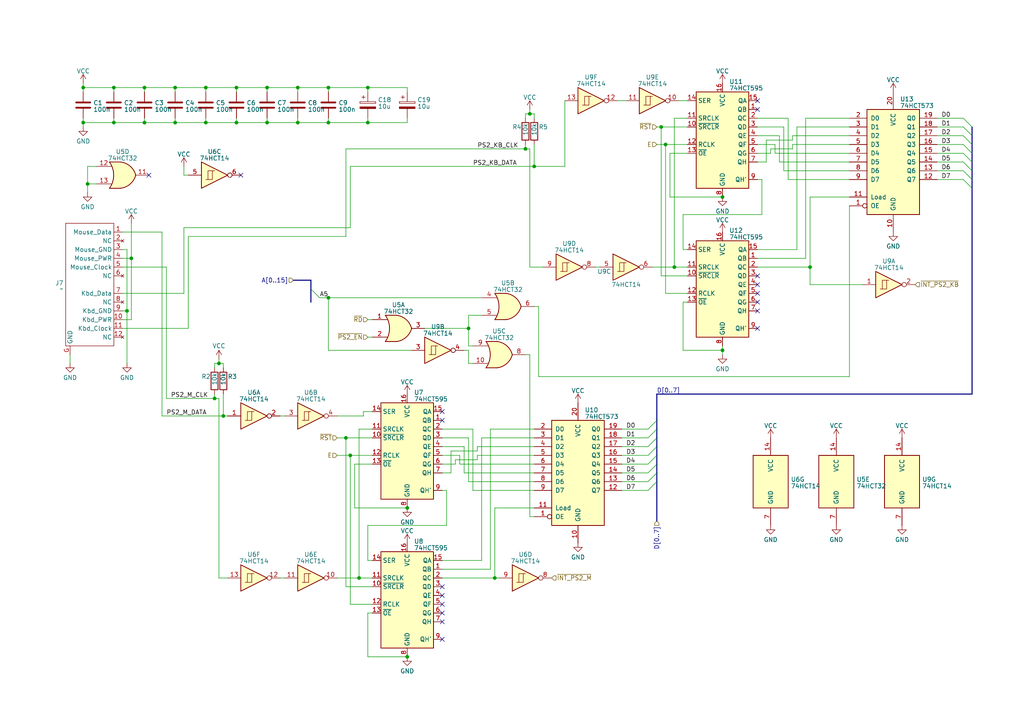
<source format=kicad_sch>
(kicad_sch (version 20231120) (generator "eeschema") (generator_version "8.0")
  (paper "A4")
  (lib_symbols
    (symbol "74xx:74HC14" (pin_names (offset 1.016))
      (property "Reference" "U" (at 0 1.27 0))
      (property "Value" "74HC14" (at 0 -1.27 0))
      (symbol "74HC14_1_0"
        (polyline (pts (xy -3.81 3.81) (xy -3.81 -3.81) (xy 3.81 0) (xy -3.81 3.81)) (stroke (width 0.254)) (fill (type background)))
        (pin input line (at -7.62 0 0) (length 3.81) (name "~") (number "1"))
        (pin output inverted (at 7.62 0 180) (length 3.81) (name "~") (number "2"))
      )
      (symbol "74HC14_1_1"
        (polyline (pts (xy -1.905 -1.27) (xy -1.905 1.27) (xy -0.635 1.27)))
        (polyline (pts (xy -2.54 -1.27) (xy -0.635 -1.27) (xy -0.635 1.27) (xy 0 1.27)))
      )
      (symbol "74HC14_2_0"
        (polyline (pts (xy -3.81 3.81) (xy -3.81 -3.81) (xy 3.81 0) (xy -3.81 3.81)) (stroke (width 0.254)) (fill (type background)))
        (pin input line (at -7.62 0 0) (length 3.81) (name "~") (number "3"))
        (pin output inverted (at 7.62 0 180) (length 3.81) (name "~") (number "4"))
      )
      (symbol "74HC14_2_1"
        (polyline (pts (xy -1.905 -1.27) (xy -1.905 1.27) (xy -0.635 1.27)))
        (polyline (pts (xy -2.54 -1.27) (xy -0.635 -1.27) (xy -0.635 1.27) (xy 0 1.27)))
      )
      (symbol "74HC14_3_0"
        (polyline (pts (xy -3.81 3.81) (xy -3.81 -3.81) (xy 3.81 0) (xy -3.81 3.81)) (stroke (width 0.254)) (fill (type background)))
        (pin input line (at -7.62 0 0) (length 3.81) (name "~") (number "5"))
        (pin output inverted (at 7.62 0 180) (length 3.81) (name "~") (number "6"))
      )
      (symbol "74HC14_3_1"
        (polyline (pts (xy -1.905 -1.27) (xy -1.905 1.27) (xy -0.635 1.27)))
        (polyline (pts (xy -2.54 -1.27) (xy -0.635 -1.27) (xy -0.635 1.27) (xy 0 1.27)))
      )
      (symbol "74HC14_4_0"
        (polyline (pts (xy -3.81 3.81) (xy -3.81 -3.81) (xy 3.81 0) (xy -3.81 3.81)) (stroke (width 0.254)) (fill (type background)))
        (pin output inverted (at 7.62 0 180) (length 3.81) (name "~") (number "8"))
        (pin input line (at -7.62 0 0) (length 3.81) (name "~") (number "9"))
      )
      (symbol "74HC14_4_1"
        (polyline (pts (xy -1.905 -1.27) (xy -1.905 1.27) (xy -0.635 1.27)))
        (polyline (pts (xy -2.54 -1.27) (xy -0.635 -1.27) (xy -0.635 1.27) (xy 0 1.27)))
      )
      (symbol "74HC14_5_0"
        (polyline (pts (xy -3.81 3.81) (xy -3.81 -3.81) (xy 3.81 0) (xy -3.81 3.81)) (stroke (width 0.254)) (fill (type background)))
        (pin output inverted (at 7.62 0 180) (length 3.81) (name "~") (number "10"))
        (pin input line (at -7.62 0 0) (length 3.81) (name "~") (number "11"))
      )
      (symbol "74HC14_5_1"
        (polyline (pts (xy -1.905 -1.27) (xy -1.905 1.27) (xy -0.635 1.27)))
        (polyline (pts (xy -2.54 -1.27) (xy -0.635 -1.27) (xy -0.635 1.27) (xy 0 1.27)))
      )
      (symbol "74HC14_6_0"
        (polyline (pts (xy -3.81 3.81) (xy -3.81 -3.81) (xy 3.81 0) (xy -3.81 3.81)) (stroke (width 0.254)) (fill (type background)))
        (pin output inverted (at 7.62 0 180) (length 3.81) (name "~") (number "12"))
        (pin input line (at -7.62 0 0) (length 3.81) (name "~") (number "13"))
      )
      (symbol "74HC14_6_1"
        (polyline (pts (xy -1.905 -1.27) (xy -1.905 1.27) (xy -0.635 1.27)))
        (polyline (pts (xy -2.54 -1.27) (xy -0.635 -1.27) (xy -0.635 1.27) (xy 0 1.27)))
      )
      (symbol "74HC14_7_0"
        (pin power_in line (at 0 12.7 270) (length 5.08) (name "VCC") (number "14"))
        (pin power_in line (at 0 -12.7 90) (length 5.08) (name "GND") (number "7"))
      )
      (symbol "74HC14_7_1"
        (rectangle (start -5.08 7.62) (end 5.08 -7.62) (stroke (width 0.254)) (fill (type background)))
      )
    )
    (symbol "74xx:74HC595"
      (property "Reference" "U" (at -7.62 13.97 0))
      (property "Value" "74HC595" (at -7.62 -16.51 0))
      (symbol "74HC595_1_0"
        (pin tri_state line (at 10.16 7.62 180) (length 2.54) (name "QB") (number "1"))
        (pin input line (at -10.16 2.54 0) (length 2.54) (name "~{SRCLR}") (number "10"))
        (pin input line (at -10.16 5.08 0) (length 2.54) (name "SRCLK") (number "11"))
        (pin input line (at -10.16 -2.54 0) (length 2.54) (name "RCLK") (number "12"))
        (pin input line (at -10.16 -5.08 0) (length 2.54) (name "~{OE}") (number "13"))
        (pin input line (at -10.16 10.16 0) (length 2.54) (name "SER") (number "14"))
        (pin tri_state line (at 10.16 10.16 180) (length 2.54) (name "QA") (number "15"))
        (pin power_in line (at 0 15.24 270) (length 2.54) (name "VCC") (number "16"))
        (pin tri_state line (at 10.16 5.08 180) (length 2.54) (name "QC") (number "2"))
        (pin tri_state line (at 10.16 2.54 180) (length 2.54) (name "QD") (number "3"))
        (pin tri_state line (at 10.16 0 180) (length 2.54) (name "QE") (number "4"))
        (pin tri_state line (at 10.16 -2.54 180) (length 2.54) (name "QF") (number "5"))
        (pin tri_state line (at 10.16 -5.08 180) (length 2.54) (name "QG") (number "6"))
        (pin tri_state line (at 10.16 -7.62 180) (length 2.54) (name "QH") (number "7"))
        (pin power_in line (at 0 -17.78 90) (length 2.54) (name "GND") (number "8"))
        (pin output line (at 10.16 -12.7 180) (length 2.54) (name "QH'") (number "9"))
      )
      (symbol "74HC595_1_1"
        (rectangle (start -7.62 12.7) (end 7.62 -15.24) (stroke (width 0.254)) (fill (type background)))
      )
    )
    (symbol "74xx:74LS32" (pin_names (offset 1.016))
      (property "Reference" "U" (at 0 1.27 0))
      (property "Value" "74LS32" (at 0 -1.27 0))
      (symbol "74LS32_1_1"
        (arc (start -3.81 -3.81) (mid -2.589 0) (end -3.81 3.81) (stroke (width 0.254)))
        (arc (start -0.6096 -3.81) (mid 2.1842 -2.5851) (end 3.81 0) (stroke (width 0.254)) (fill (type background)))
        (polyline (pts (xy -3.81 -3.81) (xy -0.635 -3.81)) (stroke (width 0.254)) (fill (type background)))
        (polyline (pts (xy -3.81 3.81) (xy -0.635 3.81)) (stroke (width 0.254)) (fill (type background)))
        (polyline (pts (xy -0.635 3.81) (xy -3.81 3.81) (xy -3.81 3.81) (xy -3.556 3.4036) (xy -3.0226 2.2606) (xy -2.6924 1.0414) (xy -2.6162 -0.254) (xy -2.7686 -1.4986) (xy -3.175 -2.7178) (xy -3.81 -3.81) (xy -3.81 -3.81) (xy -0.635 -3.81)) (stroke (width -25.4)) (fill (type background)))
        (arc (start 3.81 0) (mid 2.1915 2.5936) (end -0.6096 3.81) (stroke (width 0.254)) (fill (type background)))
        (pin input line (at -7.62 2.54 0) (length 4.318) (name "~") (number "1"))
        (pin input line (at -7.62 -2.54 0) (length 4.318) (name "~") (number "2"))
        (pin output line (at 7.62 0 180) (length 3.81) (name "~") (number "3"))
      )
      (symbol "74LS32_1_2"
        (arc (start 0 -3.81) (mid 3.7934 0) (end 0 3.81) (stroke (width 0.254)) (fill (type background)))
        (polyline (pts (xy 0 3.81) (xy -3.81 3.81) (xy -3.81 -3.81) (xy 0 -3.81)) (stroke (width 0.254)) (fill (type background)))
        (pin input inverted (at -7.62 2.54 0) (length 3.81) (name "~") (number "1"))
        (pin input inverted (at -7.62 -2.54 0) (length 3.81) (name "~") (number "2"))
        (pin output inverted (at 7.62 0 180) (length 3.81) (name "~") (number "3"))
      )
      (symbol "74LS32_2_1"
        (arc (start -3.81 -3.81) (mid -2.589 0) (end -3.81 3.81) (stroke (width 0.254)))
        (arc (start -0.6096 -3.81) (mid 2.1842 -2.5851) (end 3.81 0) (stroke (width 0.254)) (fill (type background)))
        (polyline (pts (xy -3.81 -3.81) (xy -0.635 -3.81)) (stroke (width 0.254)) (fill (type background)))
        (polyline (pts (xy -3.81 3.81) (xy -0.635 3.81)) (stroke (width 0.254)) (fill (type background)))
        (polyline (pts (xy -0.635 3.81) (xy -3.81 3.81) (xy -3.81 3.81) (xy -3.556 3.4036) (xy -3.0226 2.2606) (xy -2.6924 1.0414) (xy -2.6162 -0.254) (xy -2.7686 -1.4986) (xy -3.175 -2.7178) (xy -3.81 -3.81) (xy -3.81 -3.81) (xy -0.635 -3.81)) (stroke (width -25.4)) (fill (type background)))
        (arc (start 3.81 0) (mid 2.1915 2.5936) (end -0.6096 3.81) (stroke (width 0.254)) (fill (type background)))
        (pin input line (at -7.62 2.54 0) (length 4.318) (name "~") (number "4"))
        (pin input line (at -7.62 -2.54 0) (length 4.318) (name "~") (number "5"))
        (pin output line (at 7.62 0 180) (length 3.81) (name "~") (number "6"))
      )
      (symbol "74LS32_2_2"
        (arc (start 0 -3.81) (mid 3.7934 0) (end 0 3.81) (stroke (width 0.254)) (fill (type background)))
        (polyline (pts (xy 0 3.81) (xy -3.81 3.81) (xy -3.81 -3.81) (xy 0 -3.81)) (stroke (width 0.254)) (fill (type background)))
        (pin input inverted (at -7.62 2.54 0) (length 3.81) (name "~") (number "4"))
        (pin input inverted (at -7.62 -2.54 0) (length 3.81) (name "~") (number "5"))
        (pin output inverted (at 7.62 0 180) (length 3.81) (name "~") (number "6"))
      )
      (symbol "74LS32_3_1"
        (arc (start -3.81 -3.81) (mid -2.589 0) (end -3.81 3.81) (stroke (width 0.254)))
        (arc (start -0.6096 -3.81) (mid 2.1842 -2.5851) (end 3.81 0) (stroke (width 0.254)) (fill (type background)))
        (polyline (pts (xy -3.81 -3.81) (xy -0.635 -3.81)) (stroke (width 0.254)) (fill (type background)))
        (polyline (pts (xy -3.81 3.81) (xy -0.635 3.81)) (stroke (width 0.254)) (fill (type background)))
        (polyline (pts (xy -0.635 3.81) (xy -3.81 3.81) (xy -3.81 3.81) (xy -3.556 3.4036) (xy -3.0226 2.2606) (xy -2.6924 1.0414) (xy -2.6162 -0.254) (xy -2.7686 -1.4986) (xy -3.175 -2.7178) (xy -3.81 -3.81) (xy -3.81 -3.81) (xy -0.635 -3.81)) (stroke (width -25.4)) (fill (type background)))
        (arc (start 3.81 0) (mid 2.1915 2.5936) (end -0.6096 3.81) (stroke (width 0.254)) (fill (type background)))
        (pin input line (at -7.62 -2.54 0) (length 4.318) (name "~") (number "10"))
        (pin output line (at 7.62 0 180) (length 3.81) (name "~") (number "8"))
        (pin input line (at -7.62 2.54 0) (length 4.318) (name "~") (number "9"))
      )
      (symbol "74LS32_3_2"
        (arc (start 0 -3.81) (mid 3.7934 0) (end 0 3.81) (stroke (width 0.254)) (fill (type background)))
        (polyline (pts (xy 0 3.81) (xy -3.81 3.81) (xy -3.81 -3.81) (xy 0 -3.81)) (stroke (width 0.254)) (fill (type background)))
        (pin input inverted (at -7.62 -2.54 0) (length 3.81) (name "~") (number "10"))
        (pin output inverted (at 7.62 0 180) (length 3.81) (name "~") (number "8"))
        (pin input inverted (at -7.62 2.54 0) (length 3.81) (name "~") (number "9"))
      )
      (symbol "74LS32_4_1"
        (arc (start -3.81 -3.81) (mid -2.589 0) (end -3.81 3.81) (stroke (width 0.254)))
        (arc (start -0.6096 -3.81) (mid 2.1842 -2.5851) (end 3.81 0) (stroke (width 0.254)) (fill (type background)))
        (polyline (pts (xy -3.81 -3.81) (xy -0.635 -3.81)) (stroke (width 0.254)) (fill (type background)))
        (polyline (pts (xy -3.81 3.81) (xy -0.635 3.81)) (stroke (width 0.254)) (fill (type background)))
        (polyline (pts (xy -0.635 3.81) (xy -3.81 3.81) (xy -3.81 3.81) (xy -3.556 3.4036) (xy -3.0226 2.2606) (xy -2.6924 1.0414) (xy -2.6162 -0.254) (xy -2.7686 -1.4986) (xy -3.175 -2.7178) (xy -3.81 -3.81) (xy -3.81 -3.81) (xy -0.635 -3.81)) (stroke (width -25.4)) (fill (type background)))
        (arc (start 3.81 0) (mid 2.1915 2.5936) (end -0.6096 3.81) (stroke (width 0.254)) (fill (type background)))
        (pin output line (at 7.62 0 180) (length 3.81) (name "~") (number "11"))
        (pin input line (at -7.62 2.54 0) (length 4.318) (name "~") (number "12"))
        (pin input line (at -7.62 -2.54 0) (length 4.318) (name "~") (number "13"))
      )
      (symbol "74LS32_4_2"
        (arc (start 0 -3.81) (mid 3.7934 0) (end 0 3.81) (stroke (width 0.254)) (fill (type background)))
        (polyline (pts (xy 0 3.81) (xy -3.81 3.81) (xy -3.81 -3.81) (xy 0 -3.81)) (stroke (width 0.254)) (fill (type background)))
        (pin output inverted (at 7.62 0 180) (length 3.81) (name "~") (number "11"))
        (pin input inverted (at -7.62 2.54 0) (length 3.81) (name "~") (number "12"))
        (pin input inverted (at -7.62 -2.54 0) (length 3.81) (name "~") (number "13"))
      )
      (symbol "74LS32_5_0"
        (pin power_in line (at 0 12.7 270) (length 5.08) (name "VCC") (number "14"))
        (pin power_in line (at 0 -12.7 90) (length 5.08) (name "GND") (number "7"))
      )
      (symbol "74LS32_5_1"
        (rectangle (start -5.08 7.62) (end 5.08 -7.62) (stroke (width 0.254)) (fill (type background)))
      )
    )
    (symbol "74xx:74LS573" (pin_names (offset 1.016))
      (property "Reference" "U" (at -7.62 16.51 0))
      (property "Value" "74LS573" (at -7.62 -16.51 0))
      (symbol "74LS573_1_0"
        (pin input inverted (at -12.7 -12.7 0) (length 5.08) (name "OE") (number "1"))
        (pin power_in line (at 0 -20.32 90) (length 5.08) (name "GND") (number "10"))
        (pin input line (at -12.7 -10.16 0) (length 5.08) (name "Load") (number "11"))
        (pin tri_state line (at 12.7 -5.08 180) (length 5.08) (name "Q7") (number "12"))
        (pin tri_state line (at 12.7 -2.54 180) (length 5.08) (name "Q6") (number "13"))
        (pin tri_state line (at 12.7 0 180) (length 5.08) (name "Q5") (number "14"))
        (pin tri_state line (at 12.7 2.54 180) (length 5.08) (name "Q4") (number "15"))
        (pin tri_state line (at 12.7 5.08 180) (length 5.08) (name "Q3") (number "16"))
        (pin tri_state line (at 12.7 7.62 180) (length 5.08) (name "Q2") (number "17"))
        (pin tri_state line (at 12.7 10.16 180) (length 5.08) (name "Q1") (number "18"))
        (pin tri_state line (at 12.7 12.7 180) (length 5.08) (name "Q0") (number "19"))
        (pin input line (at -12.7 12.7 0) (length 5.08) (name "D0") (number "2"))
        (pin power_in line (at 0 20.32 270) (length 5.08) (name "VCC") (number "20"))
        (pin input line (at -12.7 10.16 0) (length 5.08) (name "D1") (number "3"))
        (pin input line (at -12.7 7.62 0) (length 5.08) (name "D2") (number "4"))
        (pin input line (at -12.7 5.08 0) (length 5.08) (name "D3") (number "5"))
        (pin input line (at -12.7 2.54 0) (length 5.08) (name "D4") (number "6"))
        (pin input line (at -12.7 0 0) (length 5.08) (name "D5") (number "7"))
        (pin input line (at -12.7 -2.54 0) (length 5.08) (name "D6") (number "8"))
        (pin input line (at -12.7 -5.08 0) (length 5.08) (name "D7") (number "9"))
      )
      (symbol "74LS573_1_1"
        (rectangle (start -7.62 15.24) (end 7.62 -15.24) (stroke (width 0.254)) (fill (type background)))
      )
    )
    (symbol "Device:C" (pin_numbers hide) (pin_names (offset 0.254))
      (property "Reference" "C" (at 0.635 2.54 0))
      (property "Value" "C" (at 0.635 -2.54 0))
      (symbol "C_0_1"
        (polyline (pts (xy -2.032 -0.762) (xy 2.032 -0.762)) (stroke (width 0.508)))
        (polyline (pts (xy -2.032 0.762) (xy 2.032 0.762)) (stroke (width 0.508)))
      )
      (symbol "C_1_1"
        (pin passive line (at 0 3.81 270) (length 2.794) (name "~") (number "1"))
        (pin passive line (at 0 -3.81 90) (length 2.794) (name "~") (number "2"))
      )
    )
    (symbol "Device:C_Polarized" (pin_numbers hide) (pin_names (offset 0.254))
      (property "Reference" "C" (at 0.635 2.54 0))
      (property "Value" "C_Polarized" (at 0.635 -2.54 0))
      (symbol "C_Polarized_0_1"
        (rectangle (start -2.286 0.508) (end 2.286 1.016))
        (polyline (pts (xy -1.778 2.286) (xy -0.762 2.286)))
        (polyline (pts (xy -1.27 2.794) (xy -1.27 1.778)))
        (rectangle (start 2.286 -0.508) (end -2.286 -1.016) (fill (type outline)))
      )
      (symbol "C_Polarized_1_1"
        (pin passive line (at 0 3.81 270) (length 2.794) (name "~") (number "1"))
        (pin passive line (at 0 -3.81 90) (length 2.794) (name "~") (number "2"))
      )
    )
    (symbol "Device:R" (pin_numbers hide) (pin_names (offset 0))
      (property "Reference" "R" (at 2.032 0 90))
      (property "Value" "R" (at 0 0 90))
      (symbol "R_0_1"
        (rectangle (start -1.016 -2.54) (end 1.016 2.54) (stroke (width 0.254)))
      )
      (symbol "R_1_1"
        (pin passive line (at 0 3.81 270) (length 1.27) (name "~") (number "1"))
        (pin passive line (at 0 -3.81 90) (length 1.27) (name "~") (number "2"))
      )
    )
    (symbol "motherboard:2xPS2"
      (property "Reference" "J" (at 0 0 0))
      (symbol "2xPS2_0_1"
        (rectangle (start -7.62 38.1) (end 6.35 2.54))
      )
      (symbol "2xPS2_1_1"
        (pin input line (at -10.16 35.56 0) (length 2.54) (name "Mouse_Data") (number "1"))
        (pin power_in line (at -10.16 10.16 0) (length 2.54) (name "Kbd_PWR") (number "10"))
        (pin power_in line (at -10.16 7.62 0) (length 2.54) (name "Kbd_Clock") (number "11"))
        (pin no_connect line (at -10.16 5.08 0) (length 2.54) (name "NC") (number "12"))
        (pin no_connect line (at -10.16 33.02 0) (length 2.54) (name "NC") (number "2"))
        (pin power_in line (at -10.16 30.48 0) (length 2.54) (name "Mouse_GND") (number "3"))
        (pin power_in line (at -10.16 27.94 0) (length 2.54) (name "Mouse_PWR") (number "4"))
        (pin power_in line (at -10.16 25.4 0) (length 2.54) (name "Mouse_Clock") (number "5"))
        (pin no_connect line (at -10.16 22.86 0) (length 2.54) (name "NC") (number "6"))
        (pin input line (at -10.16 17.78 0) (length 2.54) (name "Kbd_Data") (number "7"))
        (pin no_connect line (at -10.16 15.24 0) (length 2.54) (name "NC") (number "8"))
        (pin power_in line (at -10.16 12.7 0) (length 2.54) (name "Kbd_GND") (number "9"))
        (pin power_in line (at 5.08 0 90) (length 2.54) (name "GND") (number "G"))
      )
    )
    (symbol "power:GND" (power) (pin_names (offset 0))
      (property "Value" "GND" (at 0 -3.81 0))
      (symbol "GND_0_1"
        (polyline (pts (xy 0 0) (xy 0 -1.27) (xy 1.27 -1.27) (xy 0 -2.54) (xy -1.27 -1.27) (xy 0 -1.27)))
      )
      (symbol "GND_1_1"
        (pin power_in line (at 0 0 270) (length 0) hide (name "GND") (number "1"))
      )
    )
    (symbol "power:VCC" (power) (pin_names (offset 0))
      (property "Value" "VCC" (at 0 3.81 0))
      (symbol "VCC_0_1"
        (polyline (pts (xy -0.762 1.27) (xy 0 2.54)))
        (polyline (pts (xy 0 0) (xy 0 2.54)))
        (polyline (pts (xy 0 2.54) (xy 0.762 1.27)))
      )
      (symbol "VCC_1_1"
        (pin power_in line (at 0 0 90) (length 0) hide (name "VCC") (number "1"))
      )
    )
  )
  (junction (at 63.5 105.41))
  (junction (at 234.95 77.47))
  (junction (at 154.94 48.26))
  (junction (at 193.04 41.91))
  (junction (at 38.1 74.93))
  (junction (at 77.47 35.56))
  (junction (at 143.51 167.64))
  (junction (at 62.23 115.57))
  (junction (at 95.25 25.4))
  (junction (at 95.25 86.36))
  (junction (at 41.91 35.56))
  (junction (at 209.55 101.6))
  (junction (at 195.58 77.47))
  (junction (at 86.36 35.56))
  (junction (at 50.8 25.4))
  (junction (at 24.13 25.4))
  (junction (at 36.83 90.17))
  (junction (at 118.11 147.32))
  (junction (at 25.4 53.34))
  (junction (at 209.55 57.15))
  (junction (at 68.58 25.4))
  (junction (at 50.8 35.56))
  (junction (at 106.68 25.4))
  (junction (at 135.89 95.25))
  (junction (at 24.13 35.56))
  (junction (at 152.4 43.18))
  (junction (at 64.77 120.65))
  (junction (at 68.58 35.56))
  (junction (at 101.6 132.08))
  (junction (at 33.02 25.4))
  (junction (at 118.11 190.5))
  (junction (at 77.47 25.4))
  (junction (at 153.67 33.02))
  (junction (at 95.25 35.56))
  (junction (at 100.33 127))
  (junction (at 104.14 167.64))
  (junction (at 59.69 25.4))
  (junction (at 41.91 25.4))
  (junction (at 33.02 35.56))
  (junction (at 86.36 25.4))
  (junction (at 59.69 35.56))
  (junction (at 191.77 36.83))
  (junction (at 106.68 35.56))
  (no_connect (at 219.71 29.21))
  (no_connect (at 128.27 119.38))
  (no_connect (at 128.27 180.34))
  (no_connect (at 69.85 50.8))
  (no_connect (at 128.27 177.8))
  (no_connect (at 128.27 121.92))
  (no_connect (at 219.71 80.01))
  (no_connect (at 128.27 172.72))
  (no_connect (at 219.71 82.55))
  (no_connect (at 219.71 31.75))
  (no_connect (at 219.71 95.25))
  (no_connect (at 219.71 85.09))
  (no_connect (at 219.71 87.63))
  (no_connect (at 128.27 170.18))
  (no_connect (at 128.27 185.42))
  (no_connect (at 128.27 175.26))
  (no_connect (at 219.71 90.17))
  (no_connect (at 43.18 50.8))
  (bus_entry (at 190.5 121.92) (size -2.54 2.54))
  (bus_entry (at 281.94 39.37) (size -2.54 -2.54))
  (bus_entry (at 281.94 36.83) (size -2.54 -2.54))
  (bus_entry (at 281.94 49.53) (size -2.54 -2.54))
  (bus_entry (at 281.94 46.99) (size -2.54 -2.54))
  (bus_entry (at 281.94 41.91) (size -2.54 -2.54))
  (bus_entry (at 190.5 127) (size -2.54 2.54))
  (bus_entry (at 190.5 134.62) (size -2.54 2.54))
  (bus_entry (at 281.94 54.61) (size -2.54 -2.54))
  (bus_entry (at 281.94 52.07) (size -2.54 -2.54))
  (bus_entry (at 190.5 132.08) (size -2.54 2.54))
  (bus_entry (at 190.5 124.46) (size -2.54 2.54))
  (bus_entry (at 281.94 44.45) (size -2.54 -2.54))
  (bus_entry (at 190.5 139.7) (size -2.54 2.54))
  (bus_entry (at 190.5 137.16) (size -2.54 2.54))
  (bus_entry (at 90.17 83.82) (size 2.54 2.54))
  (bus_entry (at 190.5 129.54) (size -2.54 2.54))
  (wire (pts (xy 77.47 26.67) (xy 77.47 25.4)))
  (wire (pts (xy 53.34 85.09) (xy 53.34 66.04)))
  (wire (pts (xy 142.24 124.46) (xy 154.94 124.46)))
  (bus (pts (xy 190.5 124.46) (xy 190.5 127)))
  (wire (pts (xy 135.89 91.44) (xy 139.7 91.44)))
  (bus (pts (xy 281.94 49.53) (xy 281.94 52.07)))
  (wire (pts (xy 180.34 127) (xy 187.96 127)))
  (wire (pts (xy 48.26 77.47) (xy 35.56 77.47)))
  (wire (pts (xy 143.51 167.64) (xy 144.78 167.64)))
  (wire (pts (xy 219.71 44.45) (xy 223.52 44.45)))
  (wire (pts (xy 59.69 35.56) (xy 68.58 35.56)))
  (wire (pts (xy 271.78 52.07) (xy 279.4 52.07)))
  (wire (pts (xy 95.25 35.56) (xy 106.68 35.56)))
  (wire (pts (xy 234.95 82.55) (xy 250.19 82.55)))
  (wire (pts (xy 64.77 114.3) (xy 64.77 120.65)))
  (wire (pts (xy 180.34 129.54) (xy 187.96 129.54)))
  (wire (pts (xy 41.91 25.4) (xy 41.91 26.67)))
  (wire (pts (xy 128.27 165.1) (xy 142.24 165.1)))
  (wire (pts (xy 107.95 177.8) (xy 106.68 177.8)))
  (wire (pts (xy 46.99 120.65) (xy 64.77 120.65)))
  (wire (pts (xy 193.04 41.91) (xy 199.39 41.91)))
  (wire (pts (xy 24.13 25.4) (xy 24.13 26.67)))
  (wire (pts (xy 154.94 147.32) (xy 143.51 147.32)))
  (wire (pts (xy 142.24 165.1) (xy 142.24 124.46)))
  (wire (pts (xy 154.94 41.91) (xy 154.94 48.26)))
  (wire (pts (xy 64.77 105.41) (xy 63.5 105.41)))
  (wire (pts (xy 128.27 127) (xy 135.89 127)))
  (wire (pts (xy 271.78 39.37) (xy 279.4 39.37)))
  (wire (pts (xy 100.33 127) (xy 107.95 127)))
  (wire (pts (xy 24.13 25.4) (xy 33.02 25.4)))
  (wire (pts (xy 157.48 77.47) (xy 153.67 77.47)))
  (wire (pts (xy 33.02 35.56) (xy 41.91 35.56)))
  (wire (pts (xy 220.98 52.07) (xy 220.98 62.23)))
  (bus (pts (xy 90.17 81.28) (xy 90.17 83.82)))
  (wire (pts (xy 154.94 142.24) (xy 137.16 142.24)))
  (wire (pts (xy 234.95 82.55) (xy 234.95 77.47)))
  (bus (pts (xy 190.5 127) (xy 190.5 129.54)))
  (wire (pts (xy 50.8 25.4) (xy 59.69 25.4)))
  (wire (pts (xy 130.81 137.16) (xy 130.81 130.81)))
  (wire (pts (xy 195.58 34.29) (xy 199.39 34.29)))
  (wire (pts (xy 77.47 35.56) (xy 86.36 35.56)))
  (wire (pts (xy 64.77 120.65) (xy 66.04 120.65)))
  (bus (pts (xy 190.5 132.08) (xy 190.5 134.62)))
  (wire (pts (xy 229.87 41.91) (xy 246.38 41.91)))
  (wire (pts (xy 180.34 137.16) (xy 187.96 137.16)))
  (wire (pts (xy 77.47 34.29) (xy 77.47 35.56)))
  (wire (pts (xy 222.25 40.64) (xy 229.87 40.64)))
  (wire (pts (xy 41.91 34.29) (xy 41.91 35.56)))
  (wire (pts (xy 139.7 162.56) (xy 139.7 127)))
  (wire (pts (xy 231.14 36.83) (xy 246.38 36.83)))
  (wire (pts (xy 35.56 67.31) (xy 46.99 67.31)))
  (wire (pts (xy 153.67 31.75) (xy 153.67 33.02)))
  (wire (pts (xy 123.19 95.25) (xy 135.89 95.25)))
  (wire (pts (xy 219.71 36.83) (xy 227.33 36.83)))
  (wire (pts (xy 190.5 36.83) (xy 191.77 36.83)))
  (bus (pts (xy 190.5 129.54) (xy 190.5 132.08)))
  (bus (pts (xy 281.94 36.83) (xy 281.94 39.37)))
  (wire (pts (xy 59.69 25.4) (xy 68.58 25.4)))
  (wire (pts (xy 133.35 132.08) (xy 133.35 134.62)))
  (wire (pts (xy 106.68 162.56) (xy 107.95 162.56)))
  (wire (pts (xy 154.94 33.02) (xy 154.94 34.29)))
  (wire (pts (xy 63.5 105.41) (xy 62.23 105.41)))
  (wire (pts (xy 86.36 26.67) (xy 86.36 25.4)))
  (wire (pts (xy 101.6 66.04) (xy 101.6 48.26)))
  (wire (pts (xy 135.89 100.33) (xy 137.16 100.33)))
  (wire (pts (xy 135.89 91.44) (xy 135.89 95.25)))
  (wire (pts (xy 137.16 124.46) (xy 128.27 124.46)))
  (wire (pts (xy 199.39 44.45) (xy 194.31 44.45)))
  (wire (pts (xy 107.95 134.62) (xy 102.87 134.62)))
  (wire (pts (xy 246.38 57.15) (xy 234.95 57.15)))
  (wire (pts (xy 163.83 48.26) (xy 163.83 29.21)))
  (wire (pts (xy 156.21 109.22) (xy 246.38 109.22)))
  (wire (pts (xy 196.85 29.21) (xy 199.39 29.21)))
  (bus (pts (xy 281.94 52.07) (xy 281.94 54.61)))
  (wire (pts (xy 33.02 26.67) (xy 33.02 25.4)))
  (wire (pts (xy 97.79 120.65) (xy 105.41 120.65)))
  (wire (pts (xy 172.72 77.47) (xy 173.99 77.47)))
  (wire (pts (xy 41.91 35.56) (xy 50.8 35.56)))
  (wire (pts (xy 86.36 25.4) (xy 95.25 25.4)))
  (wire (pts (xy 228.6 52.07) (xy 228.6 34.29)))
  (wire (pts (xy 35.56 72.39) (xy 36.83 72.39)))
  (wire (pts (xy 106.68 25.4) (xy 118.11 25.4)))
  (wire (pts (xy 246.38 52.07) (xy 228.6 52.07)))
  (wire (pts (xy 137.16 142.24) (xy 137.16 124.46)))
  (wire (pts (xy 191.77 80.01) (xy 199.39 80.01)))
  (wire (pts (xy 129.54 142.24) (xy 129.54 152.4)))
  (wire (pts (xy 132.08 134.62) (xy 132.08 133.35)))
  (wire (pts (xy 219.71 77.47) (xy 234.95 77.47)))
  (wire (pts (xy 100.33 127) (xy 100.33 170.18)))
  (wire (pts (xy 133.35 134.62) (xy 154.94 134.62)))
  (wire (pts (xy 198.12 72.39) (xy 199.39 72.39)))
  (wire (pts (xy 59.69 34.29) (xy 59.69 35.56)))
  (wire (pts (xy 199.39 87.63) (xy 198.12 87.63)))
  (wire (pts (xy 135.89 101.6) (xy 134.62 101.6)))
  (bus (pts (xy 281.94 44.45) (xy 281.94 46.99)))
  (bus (pts (xy 190.5 134.62) (xy 190.5 137.16)))
  (wire (pts (xy 95.25 26.67) (xy 95.25 25.4)))
  (wire (pts (xy 195.58 77.47) (xy 199.39 77.47)))
  (wire (pts (xy 20.32 105.41) (xy 20.32 102.87)))
  (wire (pts (xy 156.21 109.22) (xy 156.21 88.9)))
  (wire (pts (xy 180.34 139.7) (xy 187.96 139.7)))
  (wire (pts (xy 68.58 35.56) (xy 77.47 35.56)))
  (wire (pts (xy 63.5 167.64) (xy 63.5 115.57)))
  (wire (pts (xy 135.89 139.7) (xy 154.94 139.7)))
  (wire (pts (xy 138.43 132.08) (xy 154.94 132.08)))
  (wire (pts (xy 226.06 46.99) (xy 246.38 46.99)))
  (wire (pts (xy 154.94 88.9) (xy 156.21 88.9)))
  (wire (pts (xy 66.04 167.64) (xy 63.5 167.64)))
  (wire (pts (xy 195.58 77.47) (xy 195.58 34.29)))
  (wire (pts (xy 233.68 34.29) (xy 246.38 34.29)))
  (wire (pts (xy 135.89 101.6) (xy 135.89 105.41)))
  (wire (pts (xy 229.87 43.18) (xy 229.87 41.91)))
  (wire (pts (xy 152.4 43.18) (xy 153.67 43.18)))
  (wire (pts (xy 101.6 48.26) (xy 154.94 48.26)))
  (wire (pts (xy 229.87 39.37) (xy 246.38 39.37)))
  (wire (pts (xy 97.79 127) (xy 100.33 127)))
  (wire (pts (xy 219.71 46.99) (xy 222.25 46.99)))
  (wire (pts (xy 68.58 34.29) (xy 68.58 35.56)))
  (wire (pts (xy 106.68 97.79) (xy 107.95 97.79)))
  (wire (pts (xy 143.51 147.32) (xy 143.51 167.64)))
  (wire (pts (xy 25.4 53.34) (xy 25.4 55.88)))
  (wire (pts (xy 132.08 133.35) (xy 138.43 133.35)))
  (wire (pts (xy 198.12 101.6) (xy 209.55 101.6)))
  (wire (pts (xy 128.27 134.62) (xy 132.08 134.62)))
  (wire (pts (xy 153.67 149.86) (xy 154.94 149.86)))
  (wire (pts (xy 62.23 114.3) (xy 62.23 115.57)))
  (wire (pts (xy 38.1 64.77) (xy 38.1 74.93)))
  (wire (pts (xy 180.34 134.62) (xy 187.96 134.62)))
  (bus (pts (xy 190.5 137.16) (xy 190.5 139.7)))
  (wire (pts (xy 33.02 34.29) (xy 33.02 35.56)))
  (wire (pts (xy 129.54 152.4) (xy 106.68 152.4)))
  (wire (pts (xy 59.69 26.67) (xy 59.69 25.4)))
  (wire (pts (xy 95.25 25.4) (xy 106.68 25.4)))
  (wire (pts (xy 97.79 167.64) (xy 104.14 167.64)))
  (wire (pts (xy 48.26 115.57) (xy 62.23 115.57)))
  (wire (pts (xy 271.78 46.99) (xy 279.4 46.99)))
  (wire (pts (xy 36.83 72.39) (xy 36.83 90.17)))
  (wire (pts (xy 41.91 25.4) (xy 50.8 25.4)))
  (wire (pts (xy 138.43 133.35) (xy 138.43 132.08)))
  (wire (pts (xy 224.79 41.91) (xy 224.79 44.45)))
  (wire (pts (xy 104.14 124.46) (xy 107.95 124.46)))
  (wire (pts (xy 153.67 102.87) (xy 153.67 149.86)))
  (wire (pts (xy 24.13 34.29) (xy 24.13 35.56)))
  (wire (pts (xy 24.13 35.56) (xy 24.13 36.83)))
  (wire (pts (xy 81.28 120.65) (xy 82.55 120.65)))
  (wire (pts (xy 36.83 90.17) (xy 36.83 105.41)))
  (bus (pts (xy 281.94 114.3) (xy 190.5 114.3)))
  (wire (pts (xy 271.78 41.91) (xy 279.4 41.91)))
  (wire (pts (xy 219.71 39.37) (xy 226.06 39.37)))
  (wire (pts (xy 209.55 101.6) (xy 209.55 102.87)))
  (wire (pts (xy 138.43 130.81) (xy 138.43 129.54)))
  (wire (pts (xy 220.98 62.23) (xy 198.12 62.23)))
  (wire (pts (xy 104.14 167.64) (xy 104.14 124.46)))
  (wire (pts (xy 199.39 36.83) (xy 191.77 36.83)))
  (wire (pts (xy 106.68 25.4) (xy 106.68 26.67)))
  (wire (pts (xy 128.27 162.56) (xy 139.7 162.56)))
  (wire (pts (xy 227.33 49.53) (xy 246.38 49.53)))
  (wire (pts (xy 53.34 50.8) (xy 54.61 50.8)))
  (wire (pts (xy 27.94 48.26) (xy 25.4 48.26)))
  (wire (pts (xy 53.34 66.04) (xy 101.6 66.04)))
  (wire (pts (xy 194.31 57.15) (xy 209.55 57.15)))
  (bus (pts (xy 85.09 81.28) (xy 90.17 81.28)))
  (wire (pts (xy 101.6 175.26) (xy 107.95 175.26)))
  (wire (pts (xy 101.6 132.08) (xy 107.95 132.08)))
  (wire (pts (xy 100.33 43.18) (xy 152.4 43.18)))
  (wire (pts (xy 100.33 43.18) (xy 100.33 68.58)))
  (wire (pts (xy 223.52 43.18) (xy 229.87 43.18)))
  (wire (pts (xy 246.38 109.22) (xy 246.38 59.69)))
  (wire (pts (xy 106.68 177.8) (xy 106.68 190.5)))
  (wire (pts (xy 152.4 33.02) (xy 153.67 33.02)))
  (wire (pts (xy 152.4 102.87) (xy 153.67 102.87)))
  (wire (pts (xy 68.58 25.4) (xy 68.58 26.67)))
  (wire (pts (xy 229.87 40.64) (xy 229.87 39.37)))
  (wire (pts (xy 24.13 24.13) (xy 24.13 25.4)))
  (wire (pts (xy 154.94 48.26) (xy 163.83 48.26)))
  (wire (pts (xy 95.25 101.6) (xy 95.25 86.36)))
  (wire (pts (xy 100.33 170.18) (xy 107.95 170.18)))
  (wire (pts (xy 228.6 34.29) (xy 219.71 34.29)))
  (wire (pts (xy 224.79 44.45) (xy 246.38 44.45)))
  (wire (pts (xy 101.6 132.08) (xy 101.6 175.26)))
  (wire (pts (xy 64.77 106.68) (xy 64.77 105.41)))
  (wire (pts (xy 92.71 86.36) (xy 95.25 86.36)))
  (wire (pts (xy 271.78 34.29) (xy 279.4 34.29)))
  (wire (pts (xy 86.36 35.56) (xy 95.25 35.56)))
  (bus (pts (xy 190.5 139.7) (xy 190.5 151.13)))
  (wire (pts (xy 81.28 167.64) (xy 82.55 167.64)))
  (wire (pts (xy 106.68 34.29) (xy 106.68 35.56)))
  (wire (pts (xy 219.71 74.93) (xy 233.68 74.93)))
  (wire (pts (xy 135.89 127) (xy 135.89 139.7)))
  (wire (pts (xy 54.61 68.58) (xy 54.61 95.25)))
  (wire (pts (xy 209.55 101.6) (xy 209.55 100.33)))
  (wire (pts (xy 95.25 86.36) (xy 139.7 86.36)))
  (wire (pts (xy 102.87 147.32) (xy 118.11 147.32)))
  (wire (pts (xy 134.62 137.16) (xy 154.94 137.16)))
  (wire (pts (xy 97.79 132.08) (xy 101.6 132.08)))
  (wire (pts (xy 153.67 33.02) (xy 154.94 33.02)))
  (wire (pts (xy 38.1 74.93) (xy 38.1 92.71)))
  (bus (pts (xy 281.94 54.61) (xy 281.94 114.3)))
  (bus (pts (xy 281.94 39.37) (xy 281.94 41.91)))
  (wire (pts (xy 180.34 142.24) (xy 187.96 142.24)))
  (wire (pts (xy 48.26 115.57) (xy 48.26 77.47)))
  (bus (pts (xy 281.94 41.91) (xy 281.94 44.45)))
  (wire (pts (xy 271.78 44.45) (xy 279.4 44.45)))
  (wire (pts (xy 53.34 48.26) (xy 53.34 50.8)))
  (wire (pts (xy 50.8 34.29) (xy 50.8 35.56)))
  (wire (pts (xy 130.81 130.81) (xy 138.43 130.81)))
  (wire (pts (xy 134.62 129.54) (xy 134.62 137.16)))
  (bus (pts (xy 281.94 46.99) (xy 281.94 49.53)))
  (wire (pts (xy 180.34 124.46) (xy 187.96 124.46)))
  (wire (pts (xy 106.68 92.71) (xy 107.95 92.71)))
  (wire (pts (xy 128.27 137.16) (xy 130.81 137.16)))
  (bus (pts (xy 90.17 83.82) (xy 90.17 87.63)))
  (wire (pts (xy 226.06 39.37) (xy 226.06 46.99)))
  (wire (pts (xy 105.41 119.38) (xy 107.95 119.38)))
  (wire (pts (xy 118.11 34.29) (xy 118.11 35.56)))
  (wire (pts (xy 63.5 104.14) (xy 63.5 105.41)))
  (wire (pts (xy 271.78 36.83) (xy 279.4 36.83)))
  (wire (pts (xy 118.11 26.67) (xy 118.11 25.4)))
  (wire (pts (xy 222.25 46.99) (xy 222.25 40.64)))
  (wire (pts (xy 54.61 95.25) (xy 35.56 95.25)))
  (wire (pts (xy 27.94 53.34) (xy 25.4 53.34)))
  (wire (pts (xy 95.25 34.29) (xy 95.25 35.56)))
  (wire (pts (xy 223.52 44.45) (xy 223.52 43.18)))
  (wire (pts (xy 193.04 85.09) (xy 199.39 85.09)))
  (wire (pts (xy 86.36 34.29) (xy 86.36 35.56)))
  (wire (pts (xy 102.87 134.62) (xy 102.87 147.32)))
  (wire (pts (xy 138.43 129.54) (xy 154.94 129.54)))
  (wire (pts (xy 105.41 120.65) (xy 105.41 119.38)))
  (wire (pts (xy 219.71 41.91) (xy 224.79 41.91)))
  (wire (pts (xy 231.14 72.39) (xy 231.14 36.83)))
  (wire (pts (xy 198.12 87.63) (xy 198.12 101.6)))
  (wire (pts (xy 35.56 85.09) (xy 53.34 85.09)))
  (wire (pts (xy 128.27 142.24) (xy 129.54 142.24)))
  (wire (pts (xy 271.78 49.53) (xy 279.4 49.53)))
  (wire (pts (xy 77.47 25.4) (xy 86.36 25.4)))
  (wire (pts (xy 24.13 35.56) (xy 33.02 35.56)))
  (wire (pts (xy 25.4 48.26) (xy 25.4 53.34)))
  (wire (pts (xy 190.5 41.91) (xy 193.04 41.91)))
  (wire (pts (xy 50.8 35.56) (xy 59.69 35.56)))
  (wire (pts (xy 106.68 35.56) (xy 118.11 35.56)))
  (wire (pts (xy 234.95 57.15) (xy 234.95 77.47)))
  (wire (pts (xy 100.33 68.58) (xy 54.61 68.58)))
  (wire (pts (xy 179.07 29.21) (xy 181.61 29.21)))
  (wire (pts (xy 119.38 101.6) (xy 95.25 101.6)))
  (wire (pts (xy 106.68 190.5) (xy 118.11 190.5)))
  (wire (pts (xy 153.67 77.47) (xy 153.67 43.18)))
  (wire (pts (xy 128.27 129.54) (xy 134.62 129.54)))
  (wire (pts (xy 198.12 62.23) (xy 198.12 72.39)))
  (wire (pts (xy 128.27 167.64) (xy 143.51 167.64)))
  (wire (pts (xy 152.4 41.91) (xy 152.4 43.18)))
  (wire (pts (xy 33.02 25.4) (xy 41.91 25.4)))
  (wire (pts (xy 46.99 67.31) (xy 46.99 120.65)))
  (wire (pts (xy 219.71 52.07) (xy 220.98 52.07)))
  (wire (pts (xy 135.89 95.25) (xy 135.89 100.33)))
  (wire (pts (xy 106.68 152.4) (xy 106.68 162.56)))
  (wire (pts (xy 104.14 167.64) (xy 107.95 167.64)))
  (bus (pts (xy 190.5 114.3) (xy 190.5 121.92)))
  (wire (pts (xy 152.4 34.29) (xy 152.4 33.02)))
  (wire (pts (xy 135.89 105.41) (xy 137.16 105.41)))
  (wire (pts (xy 227.33 36.83) (xy 227.33 49.53)))
  (wire (pts (xy 194.31 44.45) (xy 194.31 57.15)))
  (wire (pts (xy 128.27 132.08) (xy 133.35 132.08)))
  (wire (pts (xy 233.68 74.93) (xy 233.68 34.29)))
  (wire (pts (xy 139.7 127) (xy 154.94 127)))
  (wire (pts (xy 193.04 41.91) (xy 193.04 85.09)))
  (wire (pts (xy 180.34 132.08) (xy 187.96 132.08)))
  (bus (pts (xy 190.5 121.92) (xy 190.5 124.46)))
  (wire (pts (xy 62.23 105.41) (xy 62.23 106.68)))
  (wire (pts (xy 35.56 74.93) (xy 38.1 74.93)))
  (wire (pts (xy 219.71 72.39) (xy 231.14 72.39)))
  (wire (pts (xy 35.56 90.17) (xy 36.83 90.17)))
  (wire (pts (xy 68.58 25.4) (xy 77.47 25.4)))
  (wire (pts (xy 35.56 92.71) (xy 38.1 92.71)))
  (wire (pts (xy 191.77 36.83) (xy 191.77 80.01)))
  (wire (pts (xy 189.23 77.47) (xy 195.58 77.47)))
  (wire (pts (xy 62.23 115.57) (xy 63.5 115.57)))
  (wire (pts (xy 50.8 25.4) (xy 50.8 26.67)))
  (label "D5" (at 181.61 137.16 0))
  (label "D7" (at 181.61 142.24 0))
  (label "D4" (at 181.61 134.62 0))
  (label "D3" (at 181.61 132.08 0))
  (label "D1" (at 181.61 127 0))
  (label "PS2_KB_CLK" (at 138.43 43.18 0))
  (label "D2" (at 273.05 39.37 0))
  (label "A5" (at 92.71 86.36 0))
  (label "PS2_KB_DATA" (at 137.16 48.26 0))
  (label "D3" (at 273.05 41.91 0))
  (label "D0" (at 273.05 34.29 0))
  (label "D5" (at 273.05 46.99 0))
  (label "PS2_M_DATA" (at 48.26 120.65 0))
  (label "D4" (at 273.05 44.45 0))
  (label "PS2_M_CLK" (at 49.53 115.57 0))
  (label "D0" (at 181.61 124.46 0))
  (label "D1" (at 273.05 36.83 0))
  (label "D[0..7]" (at 190.5 114.3 0))
  (label "D7" (at 273.05 52.07 0))
  (label "D6" (at 273.05 49.53 0))
  (label "D6" (at 181.61 139.7 0))
  (label "D2" (at 181.61 129.54 0))
  (hierarchical_label "~{PS2_EN}" (shape input) (at 106.68 97.79 180))
  (hierarchical_label "E" (shape input) (at 190.5 41.91 180))
  (hierarchical_label "~{INT_PS2_KB}" (shape input) (at 265.43 82.55 0))
  (hierarchical_label "~{RST}" (shape input) (at 97.79 127 180))
  (hierarchical_label "~{INT_PS2_M}" (shape input) (at 160.02 167.64 0))
  (hierarchical_label "A[0..15]" (shape input) (at 85.09 81.28 180))
  (hierarchical_label "~{RST}" (shape input) (at 190.5 36.83 180))
  (hierarchical_label "D[0..7]" (shape input) (at 190.5 151.13 270))
  (hierarchical_label "E" (shape input) (at 97.79 132.08 180))
  (hierarchical_label "~{RD}" (shape input) (at 106.68 92.71 180))
  (symbol (lib_id "Device:C") (at 68.58 30.48 0) (unit 1)
    (property "Reference" "C6" (at 71.501 29.8363 0) (effects (justify left)))
    (property "Value" "100n" (at 71.501 31.7573 0) (effects (justify left)))
    (property "Footprint" "Capacitor_THT:C_Disc_D5.0mm_W2.5mm_P2.50mm" (effects (hide yes)))
  )
  (symbol (lib_id "74xx:74HC595") (at 118.11 172.72 0) (unit 1)
    (property "Reference" "U8" (at 120.0659 157.0101 0) (effects (justify left)))
    (property "Value" "74HCT595" (at 120.0659 158.9311 0) (effects (justify left)))
    (property "Footprint" "Package_DIP:DIP-16_W7.62mm_Socket" (effects (hide yes)))
    (property "Datasheet" "http://www.ti.com/lit/ds/symlink/sn74hc595.pdf" (effects (hide yes)))
  )
  (symbol (lib_id "power:VCC") (at 53.34 48.26 0) (unit 1)
    (property "Reference" "#PWR014" (effects (hide yes)))
    (property "Value" "VCC" (at 53.34 44.7581 0))
  )
  (symbol (lib_id "power:VCC") (at 38.1 64.77 0) (unit 1)
    (property "Reference" "#PWR09" (effects (hide yes)))
    (property "Value" "VCC" (at 38.1 61.2681 0))
  )
  (symbol (lib_id "74xx:74LS573") (at 259.08 46.99 0) (unit 1)
    (property "Reference" "U13" (at 261.0359 28.7401 0) (effects (justify left)))
    (property "Value" "74HCT573" (at 261.0359 30.6611 0) (effects (justify left)))
    (property "Footprint" "Package_DIP:DIP-20_W7.62mm_Socket" (effects (hide yes)))
    (property "Datasheet" "74xx/74hc573.pdf" (effects (hide yes)))
  )
  (symbol (lib_id "74xx:74HC14") (at 165.1 77.47 0) (unit 4)
    (property "Reference" "U9" (at 165.1 70.6501 0))
    (property "Value" "74HCT14" (at 165.1 72.5711 0))
    (property "Footprint" "Package_DIP:DIP-14_W7.62mm_Socket" (effects (hide yes)))
    (property "Datasheet" "http://www.ti.com/lit/gpn/sn74HC14" (effects (hide yes)))
  )
  (symbol (lib_id "power:VCC") (at 209.55 24.13 0) (unit 1)
    (property "Reference" "#PWR023" (effects (hide yes)))
    (property "Value" "VCC" (at 209.55 20.6281 0))
  )
  (symbol (lib_id "Device:C_Polarized") (at 118.11 30.48 0) (unit 1)
    (property "Reference" "C19" (at 121.031 28.9473 0) (effects (justify left)))
    (property "Value" "10u" (at 121.031 30.8683 0) (effects (justify left)))
    (property "Footprint" "Capacitor_THT:CP_Radial_D4.0mm_P2.00mm" (effects (hide yes)))
  )
  (symbol (lib_id "74xx:74HC14") (at 189.23 29.21 0) (unit 5)
    (property "Reference" "U9" (at 189.23 22.3901 0))
    (property "Value" "74HCT14" (at 189.23 24.3111 0))
    (property "Footprint" "Package_DIP:DIP-14_W7.62mm_Socket" (effects (hide yes)))
    (property "Datasheet" "http://www.ti.com/lit/gpn/sn74HC14" (effects (hide yes)))
  )
  (symbol (lib_id "74xx:74HC14") (at 62.23 50.8 0) (unit 3)
    (property "Reference" "U6" (at 62.23 43.9801 0))
    (property "Value" "74HCT14" (at 62.23 45.9011 0))
    (property "Footprint" "Package_DIP:DIP-14_W7.62mm_Socket" (effects (hide yes)))
    (property "Datasheet" "http://www.ti.com/lit/gpn/sn74HC14" (effects (hide yes)))
  )
  (symbol (lib_id "Device:C") (at 50.8 30.48 0) (unit 1)
    (property "Reference" "C4" (at 53.721 29.8363 0) (effects (justify left)))
    (property "Value" "100n" (at 53.721 31.7573 0) (effects (justify left)))
    (property "Footprint" "Capacitor_THT:C_Disc_D5.0mm_W2.5mm_P2.50mm" (effects (hide yes)))
  )
  (symbol (lib_id "Device:C") (at 95.25 30.48 0) (unit 1)
    (property "Reference" "C9" (at 98.171 29.8363 0) (effects (justify left)))
    (property "Value" "100n" (at 98.171 31.7573 0) (effects (justify left)))
    (property "Footprint" "Capacitor_THT:C_Disc_D5.0mm_W2.5mm_P2.50mm" (effects (hide yes)))
  )
  (symbol (lib_id "power:GND") (at 209.55 57.15 0) (unit 1)
    (property "Reference" "#PWR024" (effects (hide yes)))
    (property "Value" "GND" (at 209.55 61.2855 0))
  )
  (symbol (lib_id "power:GND") (at 20.32 105.41 0) (unit 1)
    (property "Reference" "#PWR019" (effects (hide yes)))
    (property "Value" "GND" (at 20.32 109.5455 0))
  )
  (symbol (lib_id "74xx:74HC14") (at 223.52 139.7 0) (unit 7)
    (property "Reference" "U6" (at 229.362 139.0563 0) (effects (justify left)))
    (property "Value" "74HCT14" (at 229.362 140.9773 0) (effects (justify left)))
    (property "Footprint" "Package_DIP:DIP-14_W7.62mm_Socket" (effects (hide yes)))
    (property "Datasheet" "http://www.ti.com/lit/gpn/sn74HC14" (effects (hide yes)))
  )
  (symbol (lib_id "Device:C") (at 59.69 30.48 0) (unit 1)
    (property "Reference" "C5" (at 62.611 29.8363 0) (effects (justify left)))
    (property "Value" "100n" (at 62.611 31.7573 0) (effects (justify left)))
    (property "Footprint" "Capacitor_THT:C_Disc_D5.0mm_W2.5mm_P2.50mm" (effects (hide yes)))
  )
  (symbol (lib_id "74xx:74HC14") (at 127 101.6 0) (unit 2)
    (property "Reference" "U9" (at 127 94.7801 0))
    (property "Value" "74HCT14" (at 127 96.7011 0))
    (property "Footprint" "Package_DIP:DIP-14_W7.62mm_Socket" (effects (hide yes)))
    (property "Datasheet" "http://www.ti.com/lit/gpn/sn74HC14" (effects (hide yes)))
  )
  (symbol (lib_id "Device:R") (at 64.77 110.49 0) (unit 1)
    (property "Reference" "R3" (at 66.04 109.22 0) (effects (justify left)))
    (property "Value" "10k" (at 64.77 111.76 90) (effects (justify left)))
    (property "Footprint" "Resistor_THT:R_Axial_DIN0204_L3.6mm_D1.6mm_P7.62mm_Horizontal" (effects (hide yes)))
  )
  (symbol (lib_id "power:GND") (at 25.4 55.88 0) (unit 1)
    (property "Reference" "#PWR012" (effects (hide yes)))
    (property "Value" "GND" (at 25.4 60.0155 0))
  )
  (symbol (lib_id "Device:C") (at 41.91 30.48 0) (unit 1)
    (property "Reference" "C3" (at 44.831 29.8363 0) (effects (justify left)))
    (property "Value" "100n" (at 44.831 31.7573 0) (effects (justify left)))
    (property "Footprint" "Capacitor_THT:C_Disc_D5.0mm_W2.5mm_P2.50mm" (effects (hide yes)))
  )
  (symbol (lib_id "74xx:74HC14") (at 257.81 82.55 0) (unit 1)
    (property "Reference" "U9" (at 257.81 75.7301 0))
    (property "Value" "74HCT14" (at 257.81 77.6511 0))
    (property "Footprint" "Package_DIP:DIP-14_W7.62mm_Socket" (effects (hide yes)))
    (property "Datasheet" "http://www.ti.com/lit/gpn/sn74HC14" (effects (hide yes)))
  )
  (symbol (lib_id "power:VCC") (at 209.55 67.31 0) (unit 1)
    (property "Reference" "#PWR025" (effects (hide yes)))
    (property "Value" "VCC" (at 209.55 63.8081 0))
  )
  (symbol (lib_id "74xx:74LS32") (at 147.32 88.9 0) (unit 2)
    (property "Reference" "U5" (at 147.32 82.0801 0))
    (property "Value" "74HCT32" (at 147.32 84.0011 0))
    (property "Footprint" "Package_DIP:DIP-14_W7.62mm_Socket" (effects (hide yes)))
    (property "Datasheet" "http://www.ti.com/lit/gpn/sn74LS32" (effects (hide yes)))
  )
  (symbol (lib_id "power:GND") (at 118.11 190.5 0) (unit 1)
    (property "Reference" "#PWR018" (effects (hide yes)))
    (property "Value" "GND" (at 118.11 194.6355 0))
  )
  (symbol (lib_id "74xx:74HC14") (at 90.17 120.65 0) (unit 2)
    (property "Reference" "U6" (at 90.17 113.8301 0))
    (property "Value" "74HCT14" (at 90.17 115.7511 0))
    (property "Footprint" "Package_DIP:DIP-14_W7.62mm_Socket" (effects (hide yes)))
    (property "Datasheet" "http://www.ti.com/lit/gpn/sn74HC14" (effects (hide yes)))
  )
  (symbol (lib_id "Device:R") (at 152.4 38.1 0) (unit 1)
    (property "Reference" "R4" (at 148.59 36.83 0) (effects (justify left)))
    (property "Value" "10k" (at 152.4 39.37 90) (effects (justify left)))
    (property "Footprint" "Resistor_THT:R_Axial_DIN0204_L3.6mm_D1.6mm_P7.62mm_Horizontal" (effects (hide yes)))
  )
  (symbol (lib_id "power:GND") (at 167.64 157.48 0) (unit 1)
    (property "Reference" "#PWR022" (effects (hide yes)))
    (property "Value" "GND" (at 167.64 161.6155 0))
  )
  (symbol (lib_id "power:VCC") (at 259.08 26.67 0) (unit 1)
    (property "Reference" "#PWR031" (effects (hide yes)))
    (property "Value" "VCC" (at 259.08 23.1681 0))
  )
  (symbol (lib_id "power:VCC") (at 261.62 127 0) (unit 1)
    (property "Reference" "#PWR033" (effects (hide yes)))
    (property "Value" "VCC" (at 261.62 123.4981 0))
  )
  (symbol (lib_id "power:VCC") (at 167.64 116.84 0) (unit 1)
    (property "Reference" "#PWR021" (effects (hide yes)))
    (property "Value" "VCC" (at 167.64 113.3381 0))
  )
  (symbol (lib_id "power:VCC") (at 24.13 24.13 0) (unit 1)
    (property "Reference" "#PWR010" (effects (hide yes)))
    (property "Value" "VCC" (at 24.13 20.6281 0))
  )
  (symbol (lib_id "Device:C") (at 86.36 30.48 0) (unit 1)
    (property "Reference" "C8" (at 89.281 29.8363 0) (effects (justify left)))
    (property "Value" "100n" (at 89.281 31.7573 0) (effects (justify left)))
    (property "Footprint" "Capacitor_THT:C_Disc_D5.0mm_W2.5mm_P2.50mm" (effects (hide yes)))
  )
  (symbol (lib_id "power:GND") (at 223.52 152.4 0) (unit 1)
    (property "Reference" "#PWR028" (effects (hide yes)))
    (property "Value" "GND" (at 223.52 156.5355 0))
  )
  (symbol (lib_id "Device:R") (at 154.94 38.1 0) (unit 1)
    (property "Reference" "R5" (at 156.21 36.83 0) (effects (justify left)))
    (property "Value" "10k" (at 154.94 39.37 90) (effects (justify left)))
    (property "Footprint" "Resistor_THT:R_Axial_DIN0204_L3.6mm_D1.6mm_P7.62mm_Horizontal" (effects (hide yes)))
  )
  (symbol (lib_id "74xx:74LS32") (at 115.57 95.25 0) (unit 1)
    (property "Reference" "U5" (at 115.57 88.4301 0))
    (property "Value" "74HCT32" (at 115.57 90.3511 0))
    (property "Footprint" "Package_DIP:DIP-14_W7.62mm_Socket" (effects (hide yes)))
    (property "Datasheet" "http://www.ti.com/lit/gpn/sn74LS32" (effects (hide yes)))
  )
  (symbol (lib_id "power:GND") (at 118.11 147.32 0) (unit 1)
    (property "Reference" "#PWR016" (effects (hide yes)))
    (property "Value" "GND" (at 118.11 151.4555 0))
  )
  (symbol (lib_id "Device:C_Polarized") (at 106.68 30.48 0) (unit 1)
    (property "Reference" "C18" (at 109.601 28.9473 0) (effects (justify left)))
    (property "Value" "10u" (at 109.601 30.8683 0) (effects (justify left)))
    (property "Footprint" "Capacitor_THT:CP_Radial_D4.0mm_P2.00mm" (effects (hide yes)))
  )
  (symbol (lib_id "Device:C") (at 77.47 30.48 0) (unit 1)
    (property "Reference" "C7" (at 80.391 29.8363 0) (effects (justify left)))
    (property "Value" "100n" (at 80.391 31.7573 0) (effects (justify left)))
    (property "Footprint" "Capacitor_THT:C_Disc_D5.0mm_W2.5mm_P2.50mm" (effects (hide yes)))
  )
  (symbol (lib_id "power:VCC") (at 242.57 127 0) (unit 1)
    (property "Reference" "#PWR029" (effects (hide yes)))
    (property "Value" "VCC" (at 242.57 123.4981 0))
  )
  (symbol (lib_id "74xx:74HC14") (at 73.66 120.65 0) (unit 1)
    (property "Reference" "U6" (at 73.66 113.8301 0))
    (property "Value" "74HCT14" (at 73.66 115.7511 0))
    (property "Footprint" "Package_DIP:DIP-14_W7.62mm_Socket" (effects (hide yes)))
    (property "Datasheet" "http://www.ti.com/lit/gpn/sn74HC14" (effects (hide yes)))
  )
  (symbol (lib_id "power:GND") (at 259.08 67.31 0) (unit 1)
    (property "Reference" "#PWR032" (effects (hide yes)))
    (property "Value" "GND" (at 259.08 71.4455 0))
  )
  (symbol (lib_id "Device:C") (at 24.13 30.48 0) (unit 1)
    (property "Reference" "C1" (at 27.051 29.8363 0) (effects (justify left)))
    (property "Value" "100n" (at 27.051 31.7573 0) (effects (justify left)))
    (property "Footprint" "Capacitor_THT:C_Disc_D5.0mm_W2.5mm_P2.50mm" (effects (hide yes)))
  )
  (symbol (lib_id "74xx:74LS32") (at 35.56 50.8 0) (unit 4)
    (property "Reference" "U5" (at 35.56 43.9801 0))
    (property "Value" "74HCT32" (at 35.56 45.9011 0))
    (property "Footprint" "Package_DIP:DIP-14_W7.62mm_Socket" (effects (hide yes)))
    (property "Datasheet" "http://www.ti.com/lit/gpn/sn74LS32" (effects (hide yes)))
  )
  (symbol (lib_id "Device:C") (at 33.02 30.48 0) (unit 1)
    (property "Reference" "C2" (at 35.941 29.8363 0) (effects (justify left)))
    (property "Value" "100n" (at 35.941 31.7573 0) (effects (justify left)))
    (property "Footprint" "Capacitor_THT:C_Disc_D5.0mm_W2.5mm_P2.50mm" (effects (hide yes)))
  )
  (symbol (lib_id "power:VCC") (at 153.67 31.75 0) (unit 1)
    (property "Reference" "#PWR061" (effects (hide yes)))
    (property "Value" "VCC" (at 153.67 28.2481 0))
  )
  (symbol (lib_id "power:GND") (at 261.62 152.4 0) (unit 1)
    (property "Reference" "#PWR034" (effects (hide yes)))
    (property "Value" "GND" (at 261.62 156.5355 0))
  )
  (symbol (lib_id "74xx:74HC14") (at 171.45 29.21 0) (unit 6)
    (property "Reference" "U9" (at 171.45 22.3901 0))
    (property "Value" "74HCT14" (at 171.45 24.3111 0))
    (property "Footprint" "Package_DIP:DIP-14_W7.62mm_Socket" (effects (hide yes)))
    (property "Datasheet" "http://www.ti.com/lit/gpn/sn74HC14" (effects (hide yes)))
  )
  (symbol (lib_id "74xx:74HC14") (at 152.4 167.64 0) (unit 4)
    (property "Reference" "U6" (at 152.4 160.8201 0))
    (property "Value" "74HCT14" (at 152.4 162.7411 0))
    (property "Footprint" "Package_DIP:DIP-14_W7.62mm_Socket" (effects (hide yes)))
    (property "Datasheet" "http://www.ti.com/lit/gpn/sn74HC14" (effects (hide yes)))
  )
  (symbol (lib_id "74xx:74HC14") (at 181.61 77.47 0) (unit 3)
    (property "Reference" "U9" (at 175.26 78.74 0))
    (property "Value" "74HCT14" (at 181.61 82.55 0))
    (property "Footprint" "Package_DIP:DIP-14_W7.62mm_Socket" (effects (hide yes)))
    (property "Datasheet" "http://www.ti.com/lit/gpn/sn74HC14" (effects (hide yes)))
  )
  (symbol (lib_id "74xx:74LS32") (at 144.78 102.87 0) (unit 3)
    (property "Reference" "U5" (at 144.78 96.0501 0))
    (property "Value" "74HCT32" (at 144.78 97.9711 0))
    (property "Footprint" "Package_DIP:DIP-14_W7.62mm_Socket" (effects (hide yes)))
    (property "Datasheet" "http://www.ti.com/lit/gpn/sn74LS32" (effects (hide yes)))
  )
  (symbol (lib_id "power:GND") (at 209.55 102.87 0) (unit 1)
    (property "Reference" "#PWR026" (effects (hide yes)))
    (property "Value" "GND" (at 209.55 107.0055 0))
  )
  (symbol (lib_id "motherboard:2xPS2") (at 25.4 102.87 0) (mirror y) (unit 1)
    (property "Reference" "J7" (at 18.415 82.0808 0) (effects (justify left)))
    (property "Value" "~" (at 18.415 83.7622 0) (effects (justify left)))
    (property "Footprint" "kicad-lib:2xPS2-Mini-Din" (effects (hide yes)))
  )
  (symbol (lib_id "74xx:74LS573") (at 167.64 137.16 0) (unit 1)
    (property "Reference" "U10" (at 169.5959 118.9101 0) (effects (justify left)))
    (property "Value" "74HCT573" (at 169.5959 120.8311 0) (effects (justify left)))
    (property "Footprint" "Package_DIP:DIP-20_W7.62mm_Socket" (effects (hide yes)))
    (property "Datasheet" "74xx/74hc573.pdf" (effects (hide yes)))
  )
  (symbol (lib_id "74xx:74HC595") (at 209.55 39.37 0) (unit 1)
    (property "Reference" "U11" (at 211.5059 23.6601 0) (effects (justify left)))
    (property "Value" "74HCT595" (at 211.5059 25.5811 0) (effects (justify left)))
    (property "Footprint" "Package_DIP:DIP-16_W7.62mm_Socket" (effects (hide yes)))
    (property "Datasheet" "http://www.ti.com/lit/ds/symlink/sn74hc595.pdf" (effects (hide yes)))
  )
  (symbol (lib_id "74xx:74HC14") (at 90.17 167.64 0) (unit 5)
    (property "Reference" "U6" (at 90.17 160.8201 0))
    (property "Value" "74HCT14" (at 90.17 162.7411 0))
    (property "Footprint" "Package_DIP:DIP-14_W7.62mm_Socket" (effects (hide yes)))
    (property "Datasheet" "http://www.ti.com/lit/gpn/sn74HC14" (effects (hide yes)))
  )
  (symbol (lib_id "74xx:74HC595") (at 209.55 82.55 0) (unit 1)
    (property "Reference" "U12" (at 211.5059 66.8401 0) (effects (justify left)))
    (property "Value" "74HCT595" (at 211.5059 68.7611 0) (effects (justify left)))
    (property "Footprint" "Package_DIP:DIP-16_W7.62mm_Socket" (effects (hide yes)))
    (property "Datasheet" "http://www.ti.com/lit/ds/symlink/sn74hc595.pdf" (effects (hide yes)))
  )
  (symbol (lib_id "Device:R") (at 62.23 110.49 0) (unit 1)
    (property "Reference" "R2" (at 58.42 109.22 0) (effects (justify left)))
    (property "Value" "10k" (at 62.23 111.76 90) (effects (justify left)))
    (property "Footprint" "Resistor_THT:R_Axial_DIN0204_L3.6mm_D1.6mm_P7.62mm_Horizontal" (effects (hide yes)))
  )
  (symbol (lib_id "power:VCC") (at 223.52 127 0) (unit 1)
    (property "Reference" "#PWR027" (effects (hide yes)))
    (property "Value" "VCC" (at 223.52 123.4981 0))
  )
  (symbol (lib_id "74xx:74HC14") (at 261.62 139.7 0) (unit 7)
    (property "Reference" "U9" (at 267.462 139.0563 0) (effects (justify left)))
    (property "Value" "74HCT14" (at 267.462 140.9773 0) (effects (justify left)))
    (property "Footprint" "Package_DIP:DIP-14_W7.62mm_Socket" (effects (hide yes)))
    (property "Datasheet" "http://www.ti.com/lit/gpn/sn74HC14" (effects (hide yes)))
  )
  (symbol (lib_id "power:VCC") (at 63.5 104.14 0) (unit 1)
    (property "Reference" "#PWR062" (effects (hide yes)))
    (property "Value" "VCC" (at 63.5 100.33 0))
  )
  (symbol (lib_id "power:GND") (at 24.13 36.83 0) (unit 1)
    (property "Reference" "#PWR011" (effects (hide yes)))
    (property "Value" "GND" (at 24.13 40.9655 0))
  )
  (symbol (lib_id "power:VCC") (at 118.11 114.3 0) (unit 1)
    (property "Reference" "#PWR015" (effects (hide yes)))
    (property "Value" "VCC" (at 118.11 110.7981 0))
  )
  (symbol (lib_id "power:VCC") (at 118.11 157.48 0) (unit 1)
    (property "Reference" "#PWR017" (effects (hide yes)))
    (property "Value" "VCC" (at 118.11 153.9781 0))
  )
  (symbol (lib_id "power:GND") (at 242.57 152.4 0) (unit 1)
    (property "Reference" "#PWR030" (effects (hide yes)))
    (property "Value" "GND" (at 242.57 156.5355 0))
  )
  (symbol (lib_id "74xx:74HC14") (at 73.66 167.64 0) (unit 6)
    (property "Reference" "U6" (at 73.66 160.8201 0))
    (property "Value" "74HCT14" (at 73.66 162.7411 0))
    (property "Footprint" "Package_DIP:DIP-14_W7.62mm_Socket" (effects (hide yes)))
    (property "Datasheet" "http://www.ti.com/lit/gpn/sn74HC14" (effects (hide yes)))
  )
  (symbol (lib_id "74xx:74HC595") (at 118.11 129.54 0) (unit 1)
    (property "Reference" "U7" (at 120.0659 113.8301 0) (effects (justify left)))
    (property "Value" "74HCT595" (at 120.0659 115.7511 0) (effects (justify left)))
    (property "Footprint" "Package_DIP:DIP-16_W7.62mm_Socket" (effects (hide yes)))
    (property "Datasheet" "http://www.ti.com/lit/ds/symlink/sn74hc595.pdf" (effects (hide yes)))
  )
  (symbol (lib_id "74xx:74LS32") (at 242.57 139.7 0) (unit 5)
    (property "Reference" "U5" (at 248.412 139.0563 0) (effects (justify left)))
    (property "Value" "74HCT32" (at 248.412 140.9773 0) (effects (justify left)))
    (property "Footprint" "Package_DIP:DIP-14_W7.62mm_Socket" (effects (hide yes)))
    (property "Datasheet" "http://www.ti.com/lit/gpn/sn74LS32" (effects (hide yes)))
  )
  (symbol (lib_id "power:GND") (at 36.83 105.41 0) (unit 1)
    (property "Reference" "#PWR013" (effects (hide yes)))
    (property "Value" "GND" (at 36.83 109.5455 0))
  )
)
</source>
